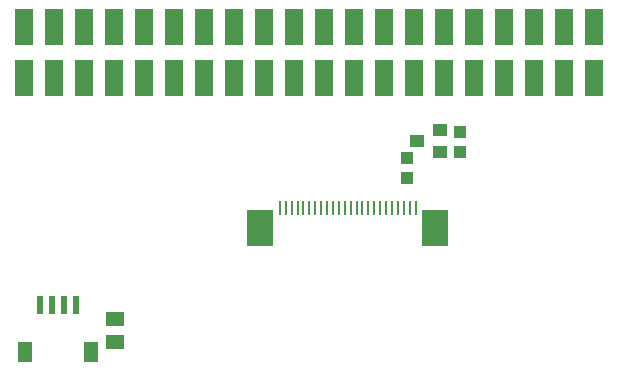
<source format=gbr>
G04 EAGLE Gerber RS-274X export*
G75*
%MOMM*%
%FSLAX34Y34*%
%LPD*%
%INSolderpaste Bottom*%
%IPPOS*%
%AMOC8*
5,1,8,0,0,1.08239X$1,22.5*%
G01*
%ADD10R,1.524000X3.048000*%
%ADD11R,1.200000X1.000000*%
%ADD12R,1.000000X1.075000*%
%ADD13R,0.280000X1.250000*%
%ADD14R,2.300000X3.100000*%
%ADD15R,0.600000X1.550000*%
%ADD16R,1.200000X1.800000*%
%ADD17R,1.500000X1.240000*%


D10*
X83950Y243394D03*
X83950Y286574D03*
X109350Y243394D03*
X109350Y286574D03*
X134750Y286574D03*
X134750Y243394D03*
X160150Y286574D03*
X160150Y243394D03*
X185550Y286574D03*
X185550Y243394D03*
X210950Y286574D03*
X210950Y243394D03*
X236350Y286574D03*
X236350Y243394D03*
X261750Y286574D03*
X261750Y243394D03*
X287150Y286574D03*
X287150Y243394D03*
X312550Y286574D03*
X312550Y243394D03*
X337950Y286574D03*
X337950Y243394D03*
X363350Y286574D03*
X363350Y243394D03*
X388750Y286574D03*
X388750Y243394D03*
X414150Y286574D03*
X414150Y243394D03*
X439550Y286574D03*
X439550Y243394D03*
X464950Y286574D03*
X464950Y243394D03*
X490350Y286574D03*
X490350Y243394D03*
X515750Y286574D03*
X515750Y243394D03*
X541150Y286574D03*
X541150Y243394D03*
X566550Y286574D03*
X566550Y243394D03*
D11*
X416600Y189700D03*
X436600Y180200D03*
X436600Y199200D03*
D12*
X408350Y175180D03*
X408350Y158180D03*
D13*
X300770Y132700D03*
X305770Y132700D03*
X310770Y132700D03*
X315770Y132700D03*
X320770Y132700D03*
X325770Y132700D03*
X330770Y132700D03*
X335770Y132700D03*
X340770Y132700D03*
X345770Y132700D03*
X350770Y132700D03*
X355770Y132700D03*
X360770Y132700D03*
X365770Y132700D03*
X370770Y132700D03*
X375770Y132700D03*
X380770Y132700D03*
X385770Y132700D03*
X390770Y132700D03*
X395770Y132700D03*
X400770Y132700D03*
X405770Y132700D03*
X410770Y132700D03*
X415770Y132700D03*
D14*
X432470Y116140D03*
X284070Y116140D03*
D12*
X453390Y180730D03*
X453390Y197730D03*
D15*
X118030Y50540D03*
X108030Y50540D03*
X128030Y50540D03*
X98030Y50540D03*
D16*
X141030Y11540D03*
X85030Y11540D03*
D17*
X161290Y19710D03*
X161290Y38710D03*
M02*

</source>
